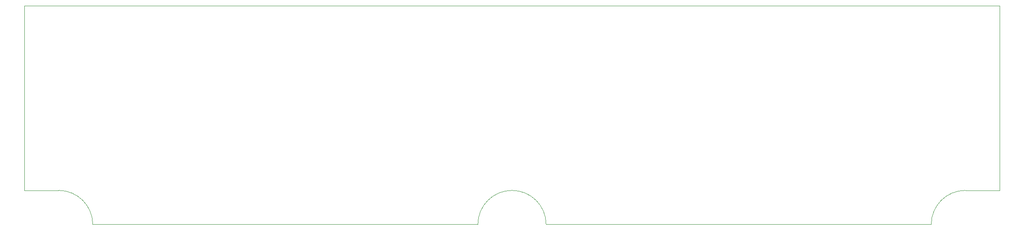
<source format=gbr>
G04 #@! TF.GenerationSoftware,KiCad,Pcbnew,(5.1.6)-1*
G04 #@! TF.CreationDate,2020-06-29T20:01:25+03:00*
G04 #@! TF.ProjectId,JLH-Flange,4a4c482d-466c-4616-9e67-652e6b696361,rev?*
G04 #@! TF.SameCoordinates,Original*
G04 #@! TF.FileFunction,Profile,NP*
%FSLAX46Y46*%
G04 Gerber Fmt 4.6, Leading zero omitted, Abs format (unit mm)*
G04 Created by KiCad (PCBNEW (5.1.6)-1) date 2020-06-29 20:01:25*
%MOMM*%
%LPD*%
G01*
G04 APERTURE LIST*
G04 #@! TA.AperFunction,Profile*
%ADD10C,0.050000*%
G04 #@! TD*
G04 APERTURE END LIST*
D10*
X58250000Y-113300000D02*
X51250000Y-113300000D01*
X244250000Y-113300000D02*
X251250000Y-113300000D01*
X237250000Y-120300000D02*
G75*
G02*
X244250000Y-113300000I7000000J0D01*
G01*
X58250000Y-113300000D02*
G75*
G02*
X65250000Y-120300000I0J-7000000D01*
G01*
X144250000Y-120300000D02*
X65250000Y-120300000D01*
X158250000Y-120300000D02*
X237250000Y-120300000D01*
X144250000Y-120300000D02*
G75*
G02*
X158250000Y-120300000I7000000J0D01*
G01*
X51250000Y-75300000D02*
X251250000Y-75300000D01*
X51250000Y-113300000D02*
X51250000Y-75300000D01*
X251250000Y-113300000D02*
X251250000Y-75300000D01*
M02*

</source>
